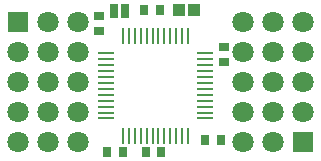
<source format=gbs>
G04 DipTrace Beta 2.3.5.2*
%INLulfroMini.GBS*%
%MOIN*%
%ADD21R,0.025X0.05*%
%ADD23R,0.0354X0.0276*%
%ADD24R,0.0276X0.0354*%
%ADD39R,0.058X0.011*%
%ADD40R,0.011X0.058*%
%ADD47R,0.0434X0.0434*%
%ADD55C,0.0709*%
%ADD57R,0.0709X0.0709*%
%FSLAX44Y44*%
G04*
G70*
G90*
G75*
G01*
%LNBotMask*%
%LPD*%
D21*
X3820Y4970D3*
X4174D3*
D24*
X4100Y290D3*
X3588D3*
D23*
X3320Y4320D3*
Y4832D3*
X7470Y3800D3*
Y3288D3*
D24*
X7370Y690D3*
X6858D3*
D57*
X10125Y625D3*
D55*
X9125D3*
X10125Y1625D3*
X9125D3*
X10125Y2625D3*
X9125D3*
X10125Y3625D3*
X9125D3*
X10125Y4625D3*
X9125D3*
X8125Y625D3*
Y1625D3*
Y2625D3*
Y3625D3*
Y4625D3*
D57*
X625D3*
D55*
X1625D3*
X625Y3625D3*
X1625D3*
X625Y2625D3*
X1625D3*
X625Y1625D3*
X1625D3*
X625Y625D3*
X1625D3*
X2625Y4625D3*
Y3625D3*
Y2625D3*
Y1625D3*
Y625D3*
D24*
X5380Y290D3*
X4868D3*
X4820Y5020D3*
X5332D3*
D47*
X6480Y5010D3*
X5980D3*
D39*
X6860Y3570D3*
Y3373D3*
Y3176D3*
Y2979D3*
Y2783D3*
Y2586D3*
Y2389D3*
Y2192D3*
Y1995D3*
Y1798D3*
Y1601D3*
Y1405D3*
D40*
X6283Y827D3*
X6086D3*
X5889D3*
X5692D3*
X5495D3*
X5298D3*
X5102D3*
X4905D3*
X4708D3*
X4511D3*
X4314D3*
X4117D3*
D39*
X3540Y1405D3*
Y1601D3*
Y1798D3*
Y1995D3*
Y2192D3*
Y2389D3*
Y2586D3*
Y2783D3*
Y2979D3*
Y3176D3*
Y3373D3*
Y3570D3*
D40*
X4117Y4147D3*
X4314D3*
X4511D3*
X4708D3*
X4905D3*
X5102D3*
X5298D3*
X5495D3*
X5692D3*
X5889D3*
X6086D3*
X6283D3*
M02*

</source>
